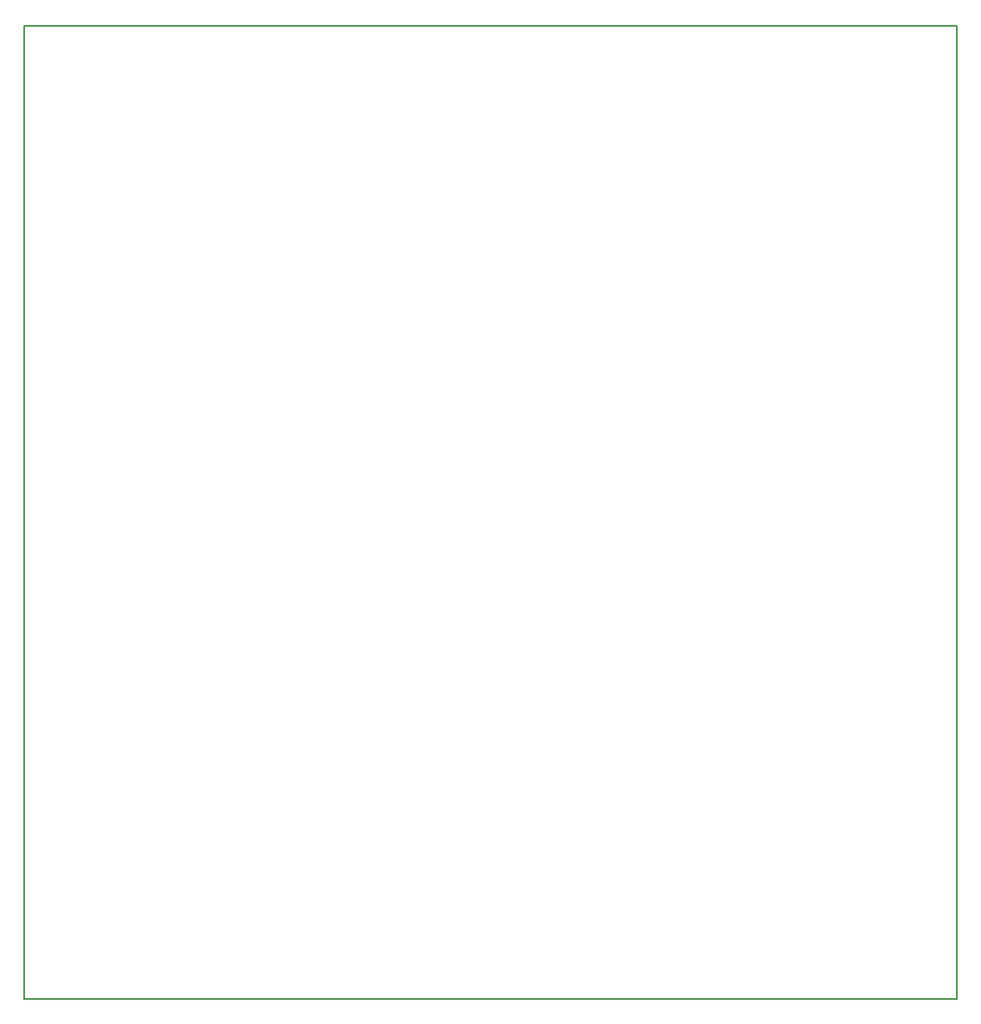
<source format=gm1>
%TF.GenerationSoftware,KiCad,Pcbnew,(6.0.5-0)*%
%TF.CreationDate,2022-06-03T22:28:26+01:00*%
%TF.ProjectId,12v-front-pcb,3132762d-6672-46f6-9e74-2d7063622e6b,rev?*%
%TF.SameCoordinates,Original*%
%TF.FileFunction,Profile,NP*%
%FSLAX46Y46*%
G04 Gerber Fmt 4.6, Leading zero omitted, Abs format (unit mm)*
G04 Created by KiCad (PCBNEW (6.0.5-0)) date 2022-06-03 22:28:26*
%MOMM*%
%LPD*%
G01*
G04 APERTURE LIST*
%TA.AperFunction,Profile*%
%ADD10C,0.200000*%
%TD*%
G04 APERTURE END LIST*
D10*
X245364000Y-92202000D02*
X150622000Y-92202000D01*
X245364000Y-191008000D02*
X150622000Y-191008000D01*
X245364000Y-191008000D02*
X245364000Y-92202000D01*
X150622000Y-191008000D02*
X150622000Y-92202000D01*
M02*

</source>
